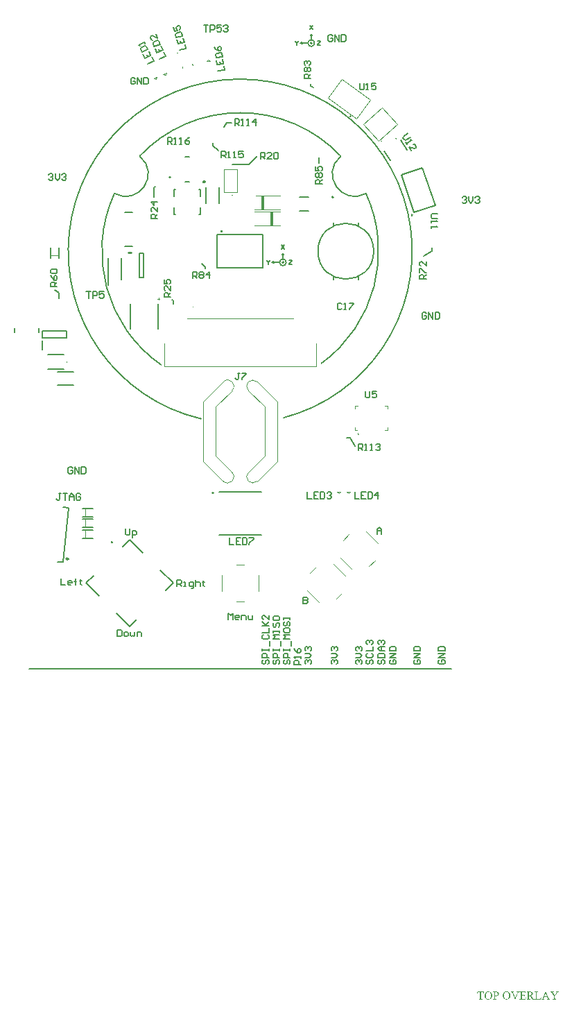
<source format=gto>
G04*
G04 #@! TF.GenerationSoftware,Altium Limited,Altium Designer,18.1.9 (240)*
G04*
G04 Layer_Color=65535*
%FSLAX44Y44*%
%MOMM*%
G71*
G01*
G75*
%ADD10C,0.2500*%
%ADD11C,0.2000*%
%ADD12C,0.1000*%
%ADD13C,0.1500*%
%ADD14C,0.3048*%
%ADD15C,0.1524*%
%ADD16C,0.2560*%
%ADD17C,0.1270*%
%ADD18R,0.3810X1.7000*%
%ADD19C,0.1001*%
G36*
X-44235Y86848D02*
X-43837D01*
X-43102Y86543D01*
X-42539Y85981D01*
X-42235Y85246D01*
Y84450D01*
X-42539Y83715D01*
X-43102Y83152D01*
X-43837Y82848D01*
X-44235D01*
X-44633D01*
X-45367Y83152D01*
X-45930Y83715D01*
X-46235Y84450D01*
Y85246D01*
X-45930Y85981D01*
X-45367Y86543D01*
X-44633Y86848D01*
X-44235D01*
D01*
D02*
G37*
G36*
X348630Y-905667D02*
X348349D01*
Y-905652D01*
Y-905637D01*
X348319Y-905548D01*
X348289Y-905415D01*
X348245Y-905252D01*
X348200Y-905074D01*
X348141Y-904911D01*
X348067Y-904749D01*
X348008Y-904630D01*
X347993Y-904615D01*
X347978Y-904586D01*
X347934Y-904526D01*
X347875Y-904467D01*
X347801Y-904408D01*
X347712Y-904334D01*
X347593Y-904260D01*
X347475Y-904201D01*
X347460D01*
X347416Y-904186D01*
X347342Y-904156D01*
X347253Y-904141D01*
X347105Y-904112D01*
X346942Y-904097D01*
X346735Y-904082D01*
X343862D01*
Y-907858D01*
X346113D01*
X346246Y-907843D01*
X346423Y-907829D01*
X346601Y-907799D01*
X346779Y-907755D01*
X346942Y-907695D01*
X347060Y-907621D01*
X347075Y-907607D01*
X347119Y-907562D01*
X347179Y-907473D01*
X347253Y-907355D01*
X347327Y-907192D01*
X347386Y-906999D01*
X347445Y-906748D01*
X347475Y-906466D01*
X347741D01*
Y-909798D01*
X347475D01*
Y-909783D01*
Y-909769D01*
X347460Y-909680D01*
X347430Y-909561D01*
X347416Y-909428D01*
X347386Y-909280D01*
X347342Y-909132D01*
X347312Y-908998D01*
X347268Y-908910D01*
Y-908895D01*
X347238Y-908865D01*
X347179Y-908776D01*
X347119Y-908717D01*
X347045Y-908643D01*
X346957Y-908584D01*
X346853Y-908525D01*
X346838D01*
X346794Y-908495D01*
X346735Y-908480D01*
X346646Y-908451D01*
X346512Y-908421D01*
X346364Y-908406D01*
X346187Y-908377D01*
X343862D01*
Y-911545D01*
Y-911575D01*
Y-911649D01*
Y-911753D01*
Y-911886D01*
X343876Y-912019D01*
Y-912138D01*
X343891Y-912256D01*
X343906Y-912330D01*
X343921Y-912345D01*
X343951Y-912404D01*
X344010Y-912478D01*
X344099Y-912538D01*
X344113D01*
X344128Y-912552D01*
X344173Y-912567D01*
X344217D01*
X344291Y-912582D01*
X344395Y-912597D01*
X344513Y-912612D01*
X346557D01*
X346735Y-912597D01*
X346927Y-912582D01*
X347119Y-912567D01*
X347297Y-912538D01*
X347460Y-912508D01*
X347475D01*
X347519Y-912478D01*
X347593Y-912449D01*
X347682Y-912404D01*
X347801Y-912345D01*
X347919Y-912271D01*
X348038Y-912182D01*
X348171Y-912064D01*
X348186Y-912049D01*
X348245Y-911975D01*
X348334Y-911871D01*
X348452Y-911723D01*
X348586Y-911545D01*
X348734Y-911309D01*
X348896Y-911042D01*
X349074Y-910731D01*
X349356D01*
X348526Y-913130D01*
X341152D01*
Y-912863D01*
X341537D01*
X341596Y-912849D01*
X341685D01*
X341892Y-912804D01*
X342114Y-912715D01*
X342129D01*
X342159Y-912686D01*
X342248Y-912626D01*
X342351Y-912523D01*
X342396Y-912449D01*
X342425Y-912375D01*
Y-912360D01*
X342440Y-912330D01*
X342455Y-912271D01*
X342470Y-912168D01*
X342485Y-912049D01*
X342499Y-911886D01*
X342514Y-911679D01*
Y-911442D01*
Y-905222D01*
Y-905208D01*
Y-905178D01*
Y-905134D01*
Y-905074D01*
X342499Y-904926D01*
X342485Y-904749D01*
X342470Y-904556D01*
X342440Y-904378D01*
X342381Y-904215D01*
X342351Y-904156D01*
X342322Y-904112D01*
X342307Y-904097D01*
X342277Y-904067D01*
X342218Y-904023D01*
X342129Y-903964D01*
X342011Y-903919D01*
X341863Y-903875D01*
X341685Y-903845D01*
X341478Y-903830D01*
X341152D01*
Y-903564D01*
X348526D01*
X348630Y-905667D01*
D02*
G37*
G36*
X297571Y-905800D02*
X297290D01*
Y-905770D01*
X297275Y-905696D01*
X297260Y-905593D01*
X297231Y-905474D01*
X297171Y-905193D01*
X297127Y-905060D01*
X297083Y-904956D01*
X297068Y-904941D01*
X297038Y-904897D01*
X296994Y-904823D01*
X296920Y-904734D01*
X296846Y-904630D01*
X296742Y-904541D01*
X296623Y-904438D01*
X296490Y-904363D01*
X296475Y-904349D01*
X296431Y-904334D01*
X296342Y-904304D01*
X296238Y-904260D01*
X296105Y-904215D01*
X295942Y-904186D01*
X295750Y-904171D01*
X295543Y-904156D01*
X294210D01*
Y-911471D01*
Y-911486D01*
Y-911516D01*
Y-911560D01*
Y-911620D01*
X294225Y-911768D01*
X294239Y-911945D01*
X294254Y-912138D01*
X294284Y-912316D01*
X294328Y-912464D01*
X294358Y-912538D01*
X294387Y-912582D01*
X294402Y-912597D01*
X294432Y-912626D01*
X294506Y-912671D01*
X294595Y-912715D01*
X294713Y-912775D01*
X294846Y-912819D01*
X295024Y-912849D01*
X295217Y-912863D01*
X295557D01*
Y-913130D01*
X291500D01*
Y-912863D01*
X291944D01*
X292048Y-912849D01*
X292181Y-912819D01*
X292314Y-912775D01*
X292462Y-912715D01*
X292596Y-912626D01*
X292699Y-912508D01*
X292714Y-912493D01*
X292729Y-912464D01*
X292759Y-912390D01*
X292788Y-912301D01*
X292818Y-912153D01*
X292833Y-911975D01*
X292862Y-911753D01*
Y-911471D01*
Y-904156D01*
X291485D01*
X291337Y-904171D01*
X291026Y-904201D01*
X290878Y-904230D01*
X290760Y-904260D01*
X290745D01*
X290700Y-904289D01*
X290626Y-904319D01*
X290537Y-904378D01*
X290448Y-904438D01*
X290330Y-904541D01*
X290226Y-904645D01*
X290123Y-904778D01*
X290108Y-904793D01*
X290078Y-904852D01*
X290034Y-904926D01*
X289989Y-905045D01*
X289945Y-905193D01*
X289886Y-905370D01*
X289856Y-905578D01*
X289827Y-905800D01*
X289560D01*
X289664Y-903564D01*
X297468D01*
X297571Y-905800D01*
D02*
G37*
G36*
X388775Y-903830D02*
X388568D01*
X388523Y-903845D01*
X388464D01*
X388375Y-903875D01*
X388286Y-903904D01*
X388183Y-903934D01*
X388049Y-903993D01*
X388035D01*
X387990Y-904023D01*
X387931Y-904067D01*
X387842Y-904112D01*
X387635Y-904260D01*
X387413Y-904467D01*
X387398Y-904482D01*
X387368Y-904526D01*
X387294Y-904601D01*
X387220Y-904704D01*
X387116Y-904837D01*
X386998Y-905000D01*
X386850Y-905208D01*
X386702Y-905444D01*
X384407Y-909058D01*
Y-911471D01*
Y-911486D01*
Y-911516D01*
Y-911560D01*
Y-911620D01*
X384421Y-911768D01*
X384436Y-911945D01*
X384451Y-912138D01*
X384495Y-912316D01*
X384540Y-912464D01*
X384569Y-912538D01*
X384599Y-912582D01*
X384614Y-912597D01*
X384644Y-912626D01*
X384717Y-912671D01*
X384806Y-912715D01*
X384925Y-912775D01*
X385073Y-912819D01*
X385236Y-912849D01*
X385443Y-912863D01*
X385769D01*
Y-913130D01*
X381697D01*
Y-912863D01*
X382141D01*
X382244Y-912849D01*
X382378Y-912819D01*
X382511Y-912775D01*
X382659Y-912715D01*
X382792Y-912626D01*
X382896Y-912508D01*
X382911Y-912493D01*
X382926Y-912464D01*
X382955Y-912390D01*
X382985Y-912301D01*
X383015Y-912153D01*
X383029Y-911975D01*
X383059Y-911753D01*
Y-911471D01*
Y-909250D01*
X380438Y-905193D01*
Y-905178D01*
X380423Y-905163D01*
X380364Y-905074D01*
X380275Y-904971D01*
X380186Y-904823D01*
X380068Y-904675D01*
X379964Y-904541D01*
X379875Y-904423D01*
X379801Y-904334D01*
X379786Y-904319D01*
X379772Y-904304D01*
X379727Y-904260D01*
X379653Y-904215D01*
X379564Y-904156D01*
X379446Y-904082D01*
X379298Y-903993D01*
X379120Y-903904D01*
X379090Y-903890D01*
X379016Y-903860D01*
X378883Y-903845D01*
X378705Y-903830D01*
Y-903564D01*
X382792D01*
Y-903830D01*
X382511D01*
X382452Y-903845D01*
X382378D01*
X382170Y-903904D01*
X382067Y-903934D01*
X381963Y-903993D01*
X381948D01*
X381919Y-904023D01*
X381830Y-904112D01*
X381771Y-904171D01*
X381726Y-904245D01*
X381697Y-904349D01*
X381682Y-904452D01*
Y-904467D01*
Y-904497D01*
X381711Y-904571D01*
X381741Y-904660D01*
X381786Y-904793D01*
X381860Y-904941D01*
X381963Y-905134D01*
X382111Y-905370D01*
X384095Y-908451D01*
X385976Y-905504D01*
Y-905489D01*
X385991Y-905474D01*
X386050Y-905400D01*
X386110Y-905282D01*
X386198Y-905134D01*
X386272Y-904971D01*
X386346Y-904808D01*
X386391Y-904660D01*
X386406Y-904526D01*
Y-904512D01*
Y-904497D01*
X386391Y-904408D01*
X386361Y-904289D01*
X386302Y-904171D01*
Y-904156D01*
X386287Y-904141D01*
X386228Y-904082D01*
X386139Y-903993D01*
X386006Y-903919D01*
X385991D01*
X385976Y-903904D01*
X385932Y-903890D01*
X385858Y-903875D01*
X385784Y-903860D01*
X385695Y-903845D01*
X385576Y-903830D01*
X385443D01*
Y-903564D01*
X388775D01*
Y-903830D01*
D02*
G37*
G36*
X312439Y-903579D02*
X312557D01*
X312838Y-903594D01*
X313164Y-903623D01*
X313505Y-903682D01*
X313831Y-903742D01*
X314127Y-903830D01*
X314142D01*
X314156Y-903845D01*
X314245Y-903875D01*
X314393Y-903949D01*
X314556Y-904038D01*
X314764Y-904171D01*
X314971Y-904319D01*
X315178Y-904512D01*
X315371Y-904734D01*
X315400Y-904763D01*
X315459Y-904837D01*
X315534Y-904971D01*
X315637Y-905148D01*
X315726Y-905370D01*
X315815Y-905622D01*
X315874Y-905904D01*
X315889Y-906215D01*
Y-906229D01*
Y-906259D01*
Y-906333D01*
X315874Y-906407D01*
X315859Y-906511D01*
X315845Y-906629D01*
X315785Y-906896D01*
X315697Y-907192D01*
X315563Y-907518D01*
X315474Y-907666D01*
X315371Y-907829D01*
X315237Y-907977D01*
X315104Y-908125D01*
X315089Y-908140D01*
X315075Y-908154D01*
X315030Y-908184D01*
X314956Y-908243D01*
X314882Y-908288D01*
X314793Y-908347D01*
X314675Y-908421D01*
X314541Y-908480D01*
X314393Y-908554D01*
X314230Y-908614D01*
X314053Y-908688D01*
X313860Y-908732D01*
X313653Y-908776D01*
X313431Y-908821D01*
X313179Y-908836D01*
X312927Y-908850D01*
X312705D01*
X312587Y-908836D01*
X312468D01*
X312172Y-908806D01*
X312157D01*
X312098Y-908791D01*
X312024D01*
X311920Y-908776D01*
X311787Y-908747D01*
X311654Y-908717D01*
X311328Y-908658D01*
Y-911442D01*
Y-911457D01*
Y-911486D01*
Y-911531D01*
Y-911590D01*
X311343Y-911738D01*
X311358Y-911916D01*
X311373Y-912108D01*
X311417Y-912301D01*
X311461Y-912449D01*
X311491Y-912523D01*
X311521Y-912567D01*
X311535Y-912582D01*
X311565Y-912612D01*
X311639Y-912656D01*
X311728Y-912715D01*
X311831Y-912775D01*
X311965Y-912819D01*
X312128Y-912849D01*
X312320Y-912863D01*
X312690D01*
Y-913130D01*
X308618D01*
Y-912863D01*
X309077D01*
X309181Y-912849D01*
X309299Y-912819D01*
X309447Y-912775D01*
X309581Y-912701D01*
X309714Y-912612D01*
X309832Y-912478D01*
Y-912464D01*
X309862Y-912434D01*
X309877Y-912360D01*
X309907Y-912271D01*
X309936Y-912123D01*
X309951Y-911945D01*
X309981Y-911723D01*
Y-911442D01*
Y-905252D01*
Y-905237D01*
Y-905208D01*
Y-905163D01*
Y-905104D01*
X309966Y-904956D01*
X309951Y-904778D01*
X309936Y-904586D01*
X309907Y-904408D01*
X309847Y-904245D01*
X309818Y-904186D01*
X309788Y-904141D01*
X309773Y-904127D01*
X309744Y-904097D01*
X309669Y-904038D01*
X309581Y-903979D01*
X309462Y-903934D01*
X309329Y-903875D01*
X309166Y-903845D01*
X308974Y-903830D01*
X308618D01*
Y-903564D01*
X312320D01*
X312439Y-903579D01*
D02*
G37*
G36*
X340663Y-903830D02*
X340648D01*
X340574Y-903845D01*
X340485Y-903875D01*
X340382Y-903904D01*
X340130Y-904008D01*
X339997Y-904082D01*
X339893Y-904156D01*
X339878Y-904171D01*
X339834Y-904215D01*
X339760Y-904304D01*
X339671Y-904423D01*
X339567Y-904571D01*
X339464Y-904749D01*
X339345Y-904971D01*
X339241Y-905222D01*
X335910Y-913352D01*
X335643D01*
X332060Y-905119D01*
Y-905104D01*
X332045Y-905089D01*
X332015Y-905015D01*
X331971Y-904911D01*
X331912Y-904778D01*
X331837Y-904645D01*
X331778Y-904512D01*
X331719Y-904408D01*
X331674Y-904334D01*
X331660Y-904319D01*
X331645Y-904304D01*
X331556Y-904215D01*
X331408Y-904112D01*
X331230Y-904008D01*
X331216D01*
X331186Y-903993D01*
X331127Y-903964D01*
X331053Y-903934D01*
X330949Y-903904D01*
X330830Y-903875D01*
X330697Y-903845D01*
X330534Y-903830D01*
Y-903564D01*
X334459D01*
Y-903830D01*
X334429D01*
X334355Y-903845D01*
X334236Y-903860D01*
X334103Y-903890D01*
X333955Y-903919D01*
X333822Y-903964D01*
X333688Y-904008D01*
X333600Y-904067D01*
X333585D01*
X333570Y-904097D01*
X333511Y-904186D01*
X333437Y-904304D01*
X333422Y-904393D01*
X333407Y-904482D01*
Y-904497D01*
Y-904541D01*
X333422Y-904630D01*
X333451Y-904749D01*
X333481Y-904911D01*
X333540Y-905089D01*
X333629Y-905311D01*
X333733Y-905578D01*
X336161Y-911190D01*
X338427Y-905652D01*
Y-905637D01*
X338442Y-905622D01*
X338457Y-905578D01*
X338471Y-905519D01*
X338531Y-905370D01*
X338590Y-905208D01*
X338649Y-905015D01*
X338708Y-904823D01*
X338738Y-904660D01*
X338753Y-904512D01*
Y-904497D01*
Y-904482D01*
X338723Y-904378D01*
X338664Y-904260D01*
X338620Y-904201D01*
X338545Y-904127D01*
X338531Y-904112D01*
X338501Y-904097D01*
X338457Y-904067D01*
X338383Y-904023D01*
X338279Y-903979D01*
X338161Y-903934D01*
X338027Y-903890D01*
X337850Y-903860D01*
X337820Y-903845D01*
X337790D01*
X337731Y-903830D01*
Y-903564D01*
X340663D01*
Y-903830D01*
D02*
G37*
G36*
X376751Y-911309D02*
Y-911323D01*
X376766Y-911353D01*
X376795Y-911397D01*
X376825Y-911457D01*
X376899Y-911634D01*
X376988Y-911827D01*
X377106Y-912034D01*
X377225Y-912242D01*
X377358Y-912419D01*
X377417Y-912493D01*
X377476Y-912552D01*
X377491Y-912567D01*
X377536Y-912597D01*
X377610Y-912641D01*
X377713Y-912701D01*
X377846Y-912745D01*
X377995Y-912804D01*
X378172Y-912834D01*
X378380Y-912863D01*
Y-913130D01*
X374618D01*
Y-912863D01*
X374707D01*
X374811Y-912849D01*
X374929Y-912834D01*
X375181Y-912775D01*
X375285Y-912745D01*
X375373Y-912686D01*
X375388Y-912671D01*
X375403Y-912656D01*
X375477Y-912567D01*
X375551Y-912449D01*
X375566Y-912375D01*
X375581Y-912286D01*
Y-912271D01*
Y-912227D01*
X375566Y-912153D01*
X375551Y-912049D01*
X375507Y-911916D01*
X375462Y-911738D01*
X375388Y-911545D01*
X375299Y-911309D01*
X374737Y-909931D01*
X371035D01*
X370398Y-911442D01*
X370383Y-911471D01*
X370354Y-911531D01*
X370324Y-911634D01*
X370280Y-911753D01*
X370191Y-912034D01*
X370161Y-912153D01*
X370146Y-912271D01*
Y-912286D01*
Y-912301D01*
X370176Y-912404D01*
X370235Y-912523D01*
X370280Y-912597D01*
X370354Y-912656D01*
X370368D01*
X370398Y-912686D01*
X370457Y-912715D01*
X370546Y-912745D01*
X370664Y-912775D01*
X370827Y-912819D01*
X371020Y-912849D01*
X371257Y-912863D01*
Y-913130D01*
X368236D01*
Y-912863D01*
X368266D01*
X368340Y-912849D01*
X368443Y-912819D01*
X368562Y-912789D01*
X368695Y-912745D01*
X368814Y-912701D01*
X368932Y-912656D01*
X369006Y-912597D01*
X369021Y-912582D01*
X369065Y-912523D01*
X369139Y-912434D01*
X369243Y-912301D01*
X369361Y-912108D01*
X369495Y-911871D01*
X369569Y-911738D01*
X369643Y-911575D01*
X369732Y-911412D01*
X369806Y-911220D01*
X373182Y-903342D01*
X373419D01*
X376751Y-911309D01*
D02*
G37*
G36*
X363912Y-903830D02*
X363645D01*
X363483Y-903845D01*
X363127Y-903890D01*
X362964Y-903934D01*
X362831Y-903979D01*
X362816D01*
X362786Y-904008D01*
X362727Y-904038D01*
X362668Y-904082D01*
X362535Y-904201D01*
X362476Y-904275D01*
X362416Y-904349D01*
Y-904363D01*
X362402Y-904393D01*
X362387Y-904467D01*
X362372Y-904556D01*
X362342Y-904704D01*
X362327Y-904882D01*
X362313Y-905119D01*
Y-905400D01*
Y-911427D01*
Y-911457D01*
Y-911516D01*
Y-911620D01*
X362327Y-911753D01*
X362357Y-912019D01*
X362387Y-912138D01*
X362416Y-912242D01*
X362431Y-912271D01*
X362490Y-912330D01*
X362564Y-912404D01*
X362683Y-912464D01*
X362698D01*
X362727Y-912478D01*
X362786D01*
X362890Y-912493D01*
X363023Y-912508D01*
X363216D01*
X363335Y-912523D01*
X364741D01*
X364845Y-912508D01*
X365082D01*
X365334Y-912493D01*
X365585Y-912464D01*
X365822Y-912419D01*
X365926Y-912404D01*
X366015Y-912375D01*
X366030Y-912360D01*
X366089Y-912345D01*
X366178Y-912301D01*
X366281Y-912242D01*
X366415Y-912168D01*
X366548Y-912064D01*
X366681Y-911945D01*
X366829Y-911797D01*
X366844Y-911783D01*
X366888Y-911723D01*
X366963Y-911620D01*
X367066Y-911471D01*
X367170Y-911294D01*
X367303Y-911072D01*
X367436Y-910790D01*
X367570Y-910479D01*
X367807Y-910539D01*
X366992Y-913130D01*
X359603D01*
Y-912863D01*
X360062D01*
X360165Y-912849D01*
X360284Y-912819D01*
X360432Y-912775D01*
X360565Y-912701D01*
X360699Y-912612D01*
X360817Y-912478D01*
Y-912464D01*
X360847Y-912434D01*
X360862Y-912360D01*
X360891Y-912271D01*
X360921Y-912123D01*
X360936Y-911945D01*
X360965Y-911723D01*
Y-911442D01*
Y-905252D01*
Y-905237D01*
Y-905208D01*
Y-905163D01*
Y-905104D01*
X360950Y-904956D01*
X360936Y-904778D01*
X360921Y-904586D01*
X360876Y-904408D01*
X360832Y-904245D01*
X360787Y-904186D01*
X360758Y-904141D01*
X360743Y-904127D01*
X360713Y-904097D01*
X360639Y-904038D01*
X360565Y-903979D01*
X360447Y-903934D01*
X360314Y-903875D01*
X360151Y-903845D01*
X359958Y-903830D01*
X359603D01*
Y-903564D01*
X363912D01*
Y-903830D01*
D02*
G37*
G36*
X353931Y-903579D02*
X354094D01*
X354257Y-903594D01*
X354627Y-903623D01*
X354997Y-903668D01*
X355338Y-903727D01*
X355501Y-903756D01*
X355649Y-903801D01*
X355664D01*
X355679Y-903816D01*
X355768Y-903845D01*
X355901Y-903904D01*
X356078Y-903979D01*
X356271Y-904097D01*
X356478Y-904230D01*
X356686Y-904408D01*
X356878Y-904615D01*
X356893Y-904645D01*
X356952Y-904719D01*
X357041Y-904852D01*
X357130Y-905015D01*
X357219Y-905222D01*
X357308Y-905459D01*
X357367Y-905741D01*
X357382Y-906037D01*
Y-906052D01*
Y-906081D01*
Y-906126D01*
X357367Y-906185D01*
X357352Y-906348D01*
X357308Y-906555D01*
X357248Y-906792D01*
X357145Y-907044D01*
X356996Y-907310D01*
X356804Y-907562D01*
X356774Y-907592D01*
X356700Y-907666D01*
X356552Y-907784D01*
X356360Y-907917D01*
X356123Y-908066D01*
X355812Y-908229D01*
X355442Y-908362D01*
X355027Y-908480D01*
X357011Y-911220D01*
X357026Y-911235D01*
X357041Y-911264D01*
X357071Y-911309D01*
X357130Y-911368D01*
X357248Y-911531D01*
X357411Y-911738D01*
X357589Y-911945D01*
X357781Y-912153D01*
X357974Y-912330D01*
X358078Y-912419D01*
X358166Y-912478D01*
X358196Y-912493D01*
X358255Y-912523D01*
X358359Y-912582D01*
X358507Y-912641D01*
X358699Y-912715D01*
X358907Y-912775D01*
X359159Y-912819D01*
X359440Y-912863D01*
Y-913130D01*
X356878D01*
X353635Y-908658D01*
X353428D01*
X353235Y-908673D01*
X352732D01*
X352658Y-908658D01*
Y-911442D01*
Y-911457D01*
Y-911486D01*
Y-911531D01*
Y-911590D01*
X352673Y-911738D01*
X352687Y-911916D01*
X352702Y-912108D01*
X352747Y-912301D01*
X352791Y-912449D01*
X352821Y-912523D01*
X352850Y-912567D01*
X352865Y-912582D01*
X352895Y-912612D01*
X352969Y-912656D01*
X353058Y-912715D01*
X353161Y-912775D01*
X353294Y-912819D01*
X353457Y-912849D01*
X353650Y-912863D01*
X354020D01*
Y-913130D01*
X349948D01*
Y-912863D01*
X350407D01*
X350511Y-912849D01*
X350629Y-912819D01*
X350777Y-912775D01*
X350910Y-912701D01*
X351044Y-912612D01*
X351162Y-912478D01*
Y-912464D01*
X351192Y-912434D01*
X351207Y-912360D01*
X351236Y-912271D01*
X351266Y-912123D01*
X351281Y-911945D01*
X351310Y-911723D01*
Y-911442D01*
Y-905252D01*
Y-905237D01*
Y-905208D01*
Y-905163D01*
Y-905104D01*
X351295Y-904956D01*
X351281Y-904778D01*
X351266Y-904586D01*
X351221Y-904408D01*
X351177Y-904245D01*
X351133Y-904186D01*
X351103Y-904141D01*
X351088Y-904127D01*
X351059Y-904097D01*
X350984Y-904038D01*
X350910Y-903979D01*
X350792Y-903934D01*
X350659Y-903875D01*
X350496Y-903845D01*
X350303Y-903830D01*
X349948D01*
Y-903564D01*
X353783D01*
X353931Y-903579D01*
D02*
G37*
G36*
X325455Y-903357D02*
X325588D01*
X325751Y-903386D01*
X325929Y-903416D01*
X326151Y-903460D01*
X326373Y-903520D01*
X326625Y-903594D01*
X326877Y-903682D01*
X327143Y-903801D01*
X327410Y-903934D01*
X327691Y-904097D01*
X327958Y-904289D01*
X328224Y-904512D01*
X328491Y-904763D01*
X328506Y-904778D01*
X328550Y-904823D01*
X328624Y-904911D01*
X328713Y-905015D01*
X328816Y-905163D01*
X328920Y-905326D01*
X329053Y-905519D01*
X329187Y-905741D01*
X329305Y-905978D01*
X329439Y-906259D01*
X329542Y-906540D01*
X329661Y-906851D01*
X329735Y-907192D01*
X329809Y-907547D01*
X329853Y-907917D01*
X329868Y-908303D01*
Y-908332D01*
Y-908391D01*
X329853Y-908510D01*
Y-908658D01*
X329823Y-908850D01*
X329794Y-909073D01*
X329749Y-909309D01*
X329690Y-909576D01*
X329616Y-909843D01*
X329527Y-910139D01*
X329424Y-910435D01*
X329290Y-910746D01*
X329128Y-911042D01*
X328950Y-911353D01*
X328728Y-911634D01*
X328491Y-911916D01*
X328476Y-911930D01*
X328432Y-911975D01*
X328358Y-912049D01*
X328239Y-912138D01*
X328106Y-912242D01*
X327958Y-912375D01*
X327765Y-912493D01*
X327558Y-912626D01*
X327321Y-912775D01*
X327069Y-912893D01*
X326803Y-913011D01*
X326507Y-913130D01*
X326195Y-913219D01*
X325870Y-913293D01*
X325514Y-913337D01*
X325159Y-913352D01*
X325070D01*
X324966Y-913337D01*
X324833Y-913323D01*
X324655Y-913308D01*
X324463Y-913278D01*
X324241Y-913234D01*
X324004Y-913174D01*
X323752Y-913100D01*
X323486Y-913011D01*
X323204Y-912893D01*
X322923Y-912760D01*
X322641Y-912612D01*
X322375Y-912419D01*
X322108Y-912212D01*
X321842Y-911960D01*
X321827Y-911945D01*
X321783Y-911901D01*
X321723Y-911812D01*
X321635Y-911708D01*
X321531Y-911560D01*
X321427Y-911397D01*
X321294Y-911205D01*
X321175Y-910983D01*
X321057Y-910731D01*
X320939Y-910450D01*
X320820Y-910154D01*
X320717Y-909828D01*
X320628Y-909487D01*
X320568Y-909117D01*
X320524Y-908732D01*
X320509Y-908317D01*
Y-908288D01*
Y-908214D01*
X320524Y-908095D01*
X320539Y-907932D01*
X320554Y-907740D01*
X320598Y-907518D01*
X320642Y-907266D01*
X320702Y-906999D01*
X320790Y-906703D01*
X320879Y-906407D01*
X321013Y-906096D01*
X321161Y-905785D01*
X321338Y-905474D01*
X321546Y-905178D01*
X321783Y-904882D01*
X322049Y-904601D01*
X322064Y-904586D01*
X322108Y-904541D01*
X322183Y-904482D01*
X322286Y-904408D01*
X322419Y-904304D01*
X322582Y-904201D01*
X322760Y-904082D01*
X322952Y-903964D01*
X323189Y-903860D01*
X323426Y-903742D01*
X323693Y-903638D01*
X323974Y-903534D01*
X324285Y-903460D01*
X324596Y-903401D01*
X324937Y-903357D01*
X325277Y-903342D01*
X325366D01*
X325455Y-903357D01*
D02*
G37*
G36*
X303391D02*
X303524D01*
X303687Y-903386D01*
X303865Y-903416D01*
X304087Y-903460D01*
X304309Y-903520D01*
X304561Y-903594D01*
X304812Y-903682D01*
X305079Y-903801D01*
X305345Y-903934D01*
X305627Y-904097D01*
X305893Y-904289D01*
X306160Y-904512D01*
X306427Y-904763D01*
X306441Y-904778D01*
X306486Y-904823D01*
X306560Y-904911D01*
X306649Y-905015D01*
X306752Y-905163D01*
X306856Y-905326D01*
X306989Y-905519D01*
X307122Y-905741D01*
X307241Y-905978D01*
X307374Y-906259D01*
X307478Y-906540D01*
X307596Y-906851D01*
X307670Y-907192D01*
X307745Y-907547D01*
X307789Y-907917D01*
X307804Y-908303D01*
Y-908332D01*
Y-908391D01*
X307789Y-908510D01*
Y-908658D01*
X307759Y-908850D01*
X307730Y-909073D01*
X307685Y-909309D01*
X307626Y-909576D01*
X307552Y-909843D01*
X307463Y-910139D01*
X307360Y-910435D01*
X307226Y-910746D01*
X307063Y-911042D01*
X306886Y-911353D01*
X306663Y-911634D01*
X306427Y-911916D01*
X306412Y-911930D01*
X306367Y-911975D01*
X306293Y-912049D01*
X306175Y-912138D01*
X306042Y-912242D01*
X305893Y-912375D01*
X305701Y-912493D01*
X305494Y-912626D01*
X305257Y-912775D01*
X305005Y-912893D01*
X304738Y-913011D01*
X304442Y-913130D01*
X304131Y-913219D01*
X303806Y-913293D01*
X303450Y-913337D01*
X303095Y-913352D01*
X303006D01*
X302902Y-913337D01*
X302769Y-913323D01*
X302591Y-913308D01*
X302399Y-913278D01*
X302177Y-913234D01*
X301940Y-913174D01*
X301688Y-913100D01*
X301421Y-913011D01*
X301140Y-912893D01*
X300859Y-912760D01*
X300577Y-912612D01*
X300311Y-912419D01*
X300044Y-912212D01*
X299778Y-911960D01*
X299763Y-911945D01*
X299718Y-911901D01*
X299659Y-911812D01*
X299570Y-911708D01*
X299467Y-911560D01*
X299363Y-911397D01*
X299230Y-911205D01*
X299111Y-910983D01*
X298993Y-910731D01*
X298874Y-910450D01*
X298756Y-910154D01*
X298652Y-909828D01*
X298563Y-909487D01*
X298504Y-909117D01*
X298460Y-908732D01*
X298445Y-908317D01*
Y-908288D01*
Y-908214D01*
X298460Y-908095D01*
X298475Y-907932D01*
X298489Y-907740D01*
X298534Y-907518D01*
X298578Y-907266D01*
X298637Y-906999D01*
X298726Y-906703D01*
X298815Y-906407D01*
X298948Y-906096D01*
X299097Y-905785D01*
X299274Y-905474D01*
X299482Y-905178D01*
X299718Y-904882D01*
X299985Y-904601D01*
X300000Y-904586D01*
X300044Y-904541D01*
X300118Y-904482D01*
X300222Y-904408D01*
X300355Y-904304D01*
X300518Y-904201D01*
X300696Y-904082D01*
X300888Y-903964D01*
X301125Y-903860D01*
X301362Y-903742D01*
X301629Y-903638D01*
X301910Y-903534D01*
X302221Y-903460D01*
X302532Y-903401D01*
X302873Y-903357D01*
X303213Y-903342D01*
X303302D01*
X303391Y-903357D01*
D02*
G37*
%LPC*%
G36*
X312246Y-904141D02*
X312098D01*
X311994Y-904156D01*
X311861Y-904171D01*
X311713Y-904201D01*
X311535Y-904245D01*
X311328Y-904289D01*
Y-908258D01*
X311343D01*
X311387Y-908273D01*
X311461Y-908288D01*
X311550Y-908303D01*
X311758Y-908332D01*
X311980Y-908362D01*
X312024D01*
X312083Y-908377D01*
X312157D01*
X312305Y-908391D01*
X312498D01*
X312587Y-908377D01*
X312735Y-908362D01*
X312913Y-908317D01*
X313105Y-908258D01*
X313312Y-908154D01*
X313535Y-908021D01*
X313742Y-907829D01*
X313771Y-907799D01*
X313831Y-907725D01*
X313905Y-907607D01*
X314008Y-907429D01*
X314112Y-907222D01*
X314186Y-906970D01*
X314245Y-906688D01*
X314275Y-906363D01*
Y-906333D01*
Y-906259D01*
X314260Y-906141D01*
X314245Y-905978D01*
X314216Y-905800D01*
X314156Y-905607D01*
X314097Y-905415D01*
X314008Y-905208D01*
X313993Y-905178D01*
X313964Y-905119D01*
X313905Y-905030D01*
X313831Y-904911D01*
X313727Y-904778D01*
X313608Y-904645D01*
X313460Y-904512D01*
X313298Y-904408D01*
X313283Y-904393D01*
X313223Y-904363D01*
X313120Y-904319D01*
X313001Y-904275D01*
X312838Y-904230D01*
X312661Y-904186D01*
X312468Y-904156D01*
X312246Y-904141D01*
D02*
G37*
G36*
X372915Y-905563D02*
X371257Y-909413D01*
X374515D01*
X372915Y-905563D01*
D02*
G37*
G36*
X353739Y-904097D02*
X353576D01*
X353457Y-904112D01*
X353294Y-904127D01*
X353117Y-904156D01*
X352895Y-904186D01*
X352658Y-904230D01*
Y-908214D01*
X352806D01*
X352880Y-908229D01*
X353176D01*
X353265Y-908214D01*
X353383D01*
X353502Y-908199D01*
X353798Y-908154D01*
X354124Y-908080D01*
X354464Y-907977D01*
X354790Y-907829D01*
X354938Y-907740D01*
X355071Y-907636D01*
X355086D01*
X355101Y-907607D01*
X355175Y-907533D01*
X355294Y-907399D01*
X355427Y-907222D01*
X355545Y-906999D01*
X355664Y-906748D01*
X355738Y-906451D01*
X355768Y-906289D01*
Y-906126D01*
Y-906111D01*
Y-906081D01*
Y-906037D01*
X355753Y-905978D01*
X355738Y-905815D01*
X355693Y-905607D01*
X355634Y-905370D01*
X355531Y-905119D01*
X355397Y-904882D01*
X355205Y-904660D01*
X355175Y-904630D01*
X355101Y-904571D01*
X354983Y-904482D01*
X354820Y-904378D01*
X354612Y-904275D01*
X354361Y-904186D01*
X354064Y-904127D01*
X353739Y-904097D01*
D02*
G37*
G36*
X325144Y-903845D02*
X325026D01*
X324937Y-903860D01*
X324818Y-903875D01*
X324700Y-903890D01*
X324404Y-903964D01*
X324078Y-904082D01*
X323900Y-904156D01*
X323737Y-904245D01*
X323560Y-904363D01*
X323397Y-904497D01*
X323234Y-904645D01*
X323086Y-904808D01*
X323071Y-904823D01*
X323041Y-904867D01*
X322997Y-904926D01*
X322938Y-905030D01*
X322864Y-905148D01*
X322775Y-905296D01*
X322701Y-905474D01*
X322612Y-905682D01*
X322508Y-905918D01*
X322434Y-906170D01*
X322345Y-906466D01*
X322271Y-906777D01*
X322212Y-907118D01*
X322168Y-907473D01*
X322138Y-907873D01*
X322123Y-908288D01*
Y-908317D01*
Y-908391D01*
Y-908510D01*
X322138Y-908673D01*
X322153Y-908865D01*
X322183Y-909087D01*
X322212Y-909339D01*
X322242Y-909621D01*
X322301Y-909902D01*
X322360Y-910198D01*
X322449Y-910494D01*
X322538Y-910805D01*
X322656Y-911101D01*
X322790Y-911383D01*
X322938Y-911649D01*
X323115Y-911901D01*
X323130Y-911916D01*
X323145Y-911945D01*
X323189Y-911990D01*
X323249Y-912049D01*
X323338Y-912123D01*
X323426Y-912197D01*
X323530Y-912286D01*
X323663Y-912375D01*
X323945Y-912552D01*
X324300Y-912701D01*
X324492Y-912760D01*
X324700Y-912804D01*
X324907Y-912834D01*
X325144Y-912849D01*
X325277D01*
X325366Y-912834D01*
X325485Y-912819D01*
X325618Y-912789D01*
X325766Y-912760D01*
X325929Y-912715D01*
X326107Y-912656D01*
X326284Y-912597D01*
X326462Y-912508D01*
X326655Y-912404D01*
X326832Y-912286D01*
X327025Y-912138D01*
X327202Y-911975D01*
X327365Y-911797D01*
X327380Y-911783D01*
X327410Y-911753D01*
X327454Y-911679D01*
X327499Y-911590D01*
X327573Y-911486D01*
X327647Y-911338D01*
X327721Y-911175D01*
X327810Y-910983D01*
X327898Y-910776D01*
X327972Y-910524D01*
X328046Y-910257D01*
X328121Y-909961D01*
X328165Y-909621D01*
X328209Y-909280D01*
X328239Y-908895D01*
X328254Y-908480D01*
Y-908451D01*
Y-908377D01*
Y-908243D01*
X328239Y-908080D01*
X328224Y-907873D01*
X328209Y-907636D01*
X328180Y-907384D01*
X328135Y-907103D01*
X328017Y-906496D01*
X327943Y-906200D01*
X327839Y-905889D01*
X327735Y-905593D01*
X327602Y-905311D01*
X327454Y-905045D01*
X327276Y-904808D01*
X327262Y-904793D01*
X327247Y-904763D01*
X327202Y-904719D01*
X327128Y-904660D01*
X327054Y-904586D01*
X326965Y-904497D01*
X326847Y-904423D01*
X326729Y-904319D01*
X326581Y-904230D01*
X326418Y-904156D01*
X326240Y-904067D01*
X326047Y-903993D01*
X325840Y-903934D01*
X325633Y-903890D01*
X325396Y-903860D01*
X325144Y-903845D01*
D02*
G37*
G36*
X303080D02*
X302961D01*
X302873Y-903860D01*
X302754Y-903875D01*
X302636Y-903890D01*
X302339Y-903964D01*
X302014Y-904082D01*
X301836Y-904156D01*
X301673Y-904245D01*
X301495Y-904363D01*
X301332Y-904497D01*
X301170Y-904645D01*
X301021Y-904808D01*
X301007Y-904823D01*
X300977Y-904867D01*
X300933Y-904926D01*
X300874Y-905030D01*
X300799Y-905148D01*
X300711Y-905296D01*
X300637Y-905474D01*
X300548Y-905682D01*
X300444Y-905918D01*
X300370Y-906170D01*
X300281Y-906466D01*
X300207Y-906777D01*
X300148Y-907118D01*
X300103Y-907473D01*
X300074Y-907873D01*
X300059Y-908288D01*
Y-908317D01*
Y-908391D01*
Y-908510D01*
X300074Y-908673D01*
X300089Y-908865D01*
X300118Y-909087D01*
X300148Y-909339D01*
X300177Y-909621D01*
X300237Y-909902D01*
X300296Y-910198D01*
X300385Y-910494D01*
X300474Y-910805D01*
X300592Y-911101D01*
X300725Y-911383D01*
X300874Y-911649D01*
X301051Y-911901D01*
X301066Y-911916D01*
X301081Y-911945D01*
X301125Y-911990D01*
X301184Y-912049D01*
X301273Y-912123D01*
X301362Y-912197D01*
X301466Y-912286D01*
X301599Y-912375D01*
X301880Y-912552D01*
X302236Y-912701D01*
X302428Y-912760D01*
X302636Y-912804D01*
X302843Y-912834D01*
X303080Y-912849D01*
X303213D01*
X303302Y-912834D01*
X303421Y-912819D01*
X303554Y-912789D01*
X303702Y-912760D01*
X303865Y-912715D01*
X304042Y-912656D01*
X304220Y-912597D01*
X304398Y-912508D01*
X304590Y-912404D01*
X304768Y-912286D01*
X304960Y-912138D01*
X305138Y-911975D01*
X305301Y-911797D01*
X305316Y-911783D01*
X305345Y-911753D01*
X305390Y-911679D01*
X305434Y-911590D01*
X305508Y-911486D01*
X305583Y-911338D01*
X305657Y-911175D01*
X305745Y-910983D01*
X305834Y-910776D01*
X305908Y-910524D01*
X305982Y-910257D01*
X306056Y-909961D01*
X306101Y-909621D01*
X306145Y-909280D01*
X306175Y-908895D01*
X306190Y-908480D01*
Y-908451D01*
Y-908377D01*
Y-908243D01*
X306175Y-908080D01*
X306160Y-907873D01*
X306145Y-907636D01*
X306116Y-907384D01*
X306071Y-907103D01*
X305953Y-906496D01*
X305879Y-906200D01*
X305775Y-905889D01*
X305671Y-905593D01*
X305538Y-905311D01*
X305390Y-905045D01*
X305212Y-904808D01*
X305198Y-904793D01*
X305183Y-904763D01*
X305138Y-904719D01*
X305064Y-904660D01*
X304990Y-904586D01*
X304901Y-904497D01*
X304783Y-904423D01*
X304664Y-904319D01*
X304516Y-904230D01*
X304353Y-904156D01*
X304176Y-904067D01*
X303983Y-903993D01*
X303776Y-903934D01*
X303569Y-903890D01*
X303332Y-903860D01*
X303080Y-903845D01*
D02*
G37*
%LPD*%
D10*
X-209865Y-375633D02*
G03*
X-209865Y-375633I-1200J0D01*
G01*
D11*
X172508Y134514D02*
G03*
X172508Y134514I-124J-992D01*
G01*
X210165Y43956D02*
G03*
X209219Y43631I-577J140D01*
G01*
X209170Y43856D02*
G03*
X210140Y44069I498J50D01*
G01*
X210142Y44184D02*
G03*
X210060Y44333I-473J-163D01*
G01*
X-211604Y-135158D02*
G03*
X-211604Y-135158I-260J0D01*
G01*
X90746Y254000D02*
G03*
X90746Y254000I-4000J0D01*
G01*
X87746D02*
G03*
X87746Y254000I-1000J0D01*
G01*
X190374Y137543D02*
G03*
X190146Y137501I-163J252D01*
G01*
X133848Y164574D02*
G03*
X133848Y164574I689J0D01*
G01*
X53187Y-13676D02*
G03*
X53187Y-13676I-1000J0D01*
G01*
X56187D02*
G03*
X56187Y-13676I-4000J0D01*
G01*
X-32641Y-294950D02*
G03*
X-32641Y-294950I-829J0D01*
G01*
X144217Y-222750D02*
G03*
X144217Y-223750I0J-500D01*
G01*
D02*
G03*
X144217Y-222750I0J500D01*
G01*
D02*
G03*
X144217Y-223750I0J-500D01*
G01*
X122933Y115968D02*
G03*
X-122880Y116024I-122933J-115968D01*
G01*
X99059Y-136924D02*
G03*
X153580Y70527I-99059J136924D01*
G01*
X112000Y66000D02*
G03*
X114000Y66000I1000J-42D01*
G01*
D02*
G03*
X112000Y66000I-1000J0D01*
G01*
X95000Y0D02*
G03*
X163000Y0I34000J0D01*
G01*
D02*
G03*
X95000Y0I-34000J0D01*
G01*
X52857Y-203239D02*
G03*
X-47876Y-204470I-52857J203239D01*
G01*
X-153552Y70589D02*
G03*
X-96358Y-138839I153552J-70589D01*
G01*
X-153562Y70571D02*
G03*
X-122805Y115953I13552J23929D01*
G01*
X122985Y116017D02*
G03*
X153605Y70539I17126J-21517D01*
G01*
X-157486Y-355644D02*
G03*
X-156072Y-354230I707J707D01*
G01*
D02*
G03*
X-157486Y-355644I-707J-707D01*
G01*
X-222923Y-378903D02*
X-216587Y-379569D01*
X-209613Y-313213D01*
X-216627Y-312475D02*
X-209613Y-313213D01*
X222676Y102056D02*
X238466Y56199D01*
X196572Y93068D02*
X222676Y102056D01*
X196572Y93068D02*
X212362Y47210D01*
X238466Y56199D01*
X-241524Y-119956D02*
Y-109456D01*
X-241274Y-105956D02*
X-212274D01*
Y-97456D01*
X-241274D02*
X-212274D01*
X-241274Y-105956D02*
Y-97456D01*
X-226060Y-46990D02*
X-220980Y-50800D01*
Y-57150D02*
Y-50800D01*
X-234950Y-143510D02*
X-215460D01*
X-234950Y-125730D02*
X-215460D01*
X-231781Y-8679D02*
Y4211D01*
X-221621Y-8679D02*
Y4021D01*
X-245680Y-99206D02*
Y-94206D01*
X-275680Y-99206D02*
Y-94206D01*
X-222860Y-162940D02*
X-203810D01*
X-222860Y-146940D02*
X-203810D01*
X73455Y254000D02*
X75455Y255000D01*
X73455Y254000D02*
X75455Y253000D01*
X86746Y265291D02*
X87746Y263291D01*
X85746D02*
X86746Y265291D01*
X75455Y254000D02*
X82558D01*
X86746Y258187D02*
Y265291D01*
X52187Y-9489D02*
Y-2385D01*
X40896Y-13676D02*
X48000D01*
X195808Y135468D02*
X203433Y123727D01*
X175680Y122396D02*
X183305Y110655D01*
X234000Y4500D02*
X234058Y-98D01*
X51187Y-4385D02*
X52187Y-2385D01*
Y-2385D02*
X53187Y-4385D01*
X38896Y-13676D02*
X40896Y-14676D01*
X38896Y-13676D02*
X40896Y-12676D01*
X-26000Y-346000D02*
X26000D01*
X-26000Y-294000D02*
X26000D01*
X-16800Y157056D02*
X-10114D01*
X-19452Y152040D02*
X-16800Y157056D01*
X-140611Y5796D02*
X-131611D01*
X-140611Y47797D02*
X-131611D01*
X144000Y-35000D02*
X144000Y-31000D01*
X114000Y-31000D02*
X114000Y-35000D01*
X144000Y35000D02*
X144000Y30700D01*
X114000Y30600D02*
X114000Y35000D01*
X-105000Y78000D02*
X-104000Y79000D01*
X-105000Y66000D02*
Y78000D01*
X96000Y108000D02*
Y114000D01*
X10249Y106000D02*
X20941Y116000D01*
X-10000Y106000D02*
X10249D01*
X86000Y202000D02*
Y204000D01*
Y202000D02*
X89360Y199480D01*
X224043Y-6107D02*
X234058Y-98D01*
X134000Y-228000D02*
X140000Y-238000D01*
X130000Y-228000D02*
X134000D01*
X-82000Y-64500D02*
Y-60000D01*
X-83000Y-59000D02*
X-82000Y-60000D01*
X-43000Y-21000D02*
Y-19000D01*
X-47000Y-15000D02*
X-43000Y-19000D01*
X-67500Y115000D02*
X-62500D01*
X-67500Y85000D02*
X-62500D01*
X-192730Y-326920D02*
X-179840D01*
X-192730Y-337080D02*
X-180030D01*
X-192730Y-339920D02*
X-179840D01*
X-192730Y-350080D02*
X-180030D01*
X-192730Y-314383D02*
X-179840D01*
X-192730Y-324543D02*
X-180030D01*
X-33000Y129000D02*
X-27000Y123000D01*
X-33000Y129000D02*
Y132000D01*
X-42000Y58500D02*
Y77550D01*
X-26000Y58500D02*
Y77550D01*
X-100583Y-94760D02*
Y-63855D01*
X-134003Y-94760D02*
Y-64520D01*
X-145484Y-34425D02*
Y-8425D01*
X-161483Y-41525D02*
Y-8425D01*
X-123540Y-2864D02*
X-123540Y-31864D01*
X-118460Y-31864D01*
X-118460Y-2864D02*
X-118460Y-31864D01*
X-123540Y-2864D02*
X-118460Y-2864D01*
X-48817Y67147D02*
Y75647D01*
X-50317D02*
X-48817D01*
X-48817Y53147D02*
X-48817Y44647D01*
X-50317Y44647D02*
X-48817Y44647D01*
X-80817Y44647D02*
Y53147D01*
Y44647D02*
X-79317D01*
X-80817Y75647D02*
X-79317Y75647D01*
X-80817Y75647D02*
X-80817Y67147D01*
X-258000Y-509537D02*
X258000D01*
X-135000Y-351967D02*
X-119090Y-367877D01*
X-143839Y-360806D02*
X-135000Y-351967D01*
X-97877Y-389090D02*
X-81967Y-405000D01*
X-90806Y-413839D02*
X-81967Y-405000D01*
X-188033D02*
X-179194Y-396161D01*
X-188033Y-405000D02*
X-172123Y-420910D01*
X-150910Y-442123D02*
X-135000Y-458033D01*
X-126161Y-449194D01*
X73866Y-504657D02*
X65869D01*
Y-500658D01*
X67202Y-499325D01*
X69868D01*
X71200Y-500658D01*
Y-504657D01*
X73866Y-496660D02*
Y-493994D01*
Y-495327D01*
X65869D01*
X67202Y-496660D01*
X65869Y-484663D02*
X67202Y-487329D01*
X69868Y-489995D01*
X72533D01*
X73866Y-488662D01*
Y-485996D01*
X72533Y-484663D01*
X71200D01*
X69868Y-485996D01*
Y-489995D01*
X243335Y-498668D02*
X242003Y-500001D01*
Y-502667D01*
X243335Y-504000D01*
X248667D01*
X250000Y-502667D01*
Y-500001D01*
X248667Y-498668D01*
X246001D01*
Y-501334D01*
X250000Y-496003D02*
X242003D01*
X250000Y-490671D01*
X242003D01*
Y-488005D02*
X250000D01*
Y-484006D01*
X248667Y-482674D01*
X243335D01*
X242003Y-484006D01*
Y-488005D01*
X183860Y-498668D02*
X182527Y-500001D01*
Y-502667D01*
X183860Y-504000D01*
X189191D01*
X190525Y-502667D01*
Y-500001D01*
X189191Y-498668D01*
X186526D01*
Y-501334D01*
X190525Y-496003D02*
X182527D01*
X190525Y-490671D01*
X182527D01*
Y-488005D02*
X190525D01*
Y-484006D01*
X189191Y-482674D01*
X183860D01*
X182527Y-484006D01*
Y-488005D01*
X213335Y-498668D02*
X212003Y-500001D01*
Y-502667D01*
X213335Y-504000D01*
X218667D01*
X220000Y-502667D01*
Y-500001D01*
X218667Y-498668D01*
X216001D01*
Y-501334D01*
X220000Y-496003D02*
X212003D01*
X220000Y-490671D01*
X212003D01*
Y-488005D02*
X220000D01*
Y-484006D01*
X218667Y-482674D01*
X213335D01*
X212003Y-484006D01*
Y-488005D01*
X80336Y-504000D02*
X79003Y-502667D01*
Y-500001D01*
X80336Y-498668D01*
X81668D01*
X83001Y-500001D01*
Y-501334D01*
Y-500001D01*
X84334Y-498668D01*
X85667D01*
X87000Y-500001D01*
Y-502667D01*
X85667Y-504000D01*
X79003Y-496003D02*
X84334D01*
X87000Y-493337D01*
X84334Y-490671D01*
X79003D01*
X80336Y-488005D02*
X79003Y-486672D01*
Y-484006D01*
X80336Y-482674D01*
X81668D01*
X83001Y-484006D01*
Y-485339D01*
Y-484006D01*
X84334Y-482674D01*
X85667D01*
X87000Y-484006D01*
Y-486672D01*
X85667Y-488005D01*
X142336Y-504000D02*
X141003Y-502667D01*
Y-500001D01*
X142336Y-498668D01*
X143668D01*
X145001Y-500001D01*
Y-501334D01*
Y-500001D01*
X146334Y-498668D01*
X147667D01*
X149000Y-500001D01*
Y-502667D01*
X147667Y-504000D01*
X141003Y-496003D02*
X146334D01*
X149000Y-493337D01*
X146334Y-490671D01*
X141003D01*
X142336Y-488005D02*
X141003Y-486672D01*
Y-484006D01*
X142336Y-482674D01*
X143668D01*
X145001Y-484006D01*
Y-485339D01*
Y-484006D01*
X146334Y-482674D01*
X147667D01*
X149000Y-484006D01*
Y-486672D01*
X147667Y-488005D01*
X112336Y-504000D02*
X111003Y-502667D01*
Y-500001D01*
X112336Y-498668D01*
X113668D01*
X115001Y-500001D01*
Y-501334D01*
Y-500001D01*
X116334Y-498668D01*
X117667D01*
X119000Y-500001D01*
Y-502667D01*
X117667Y-504000D01*
X111003Y-496003D02*
X116334D01*
X119000Y-493337D01*
X116334Y-490671D01*
X111003D01*
X112336Y-488005D02*
X111003Y-486672D01*
Y-484006D01*
X112336Y-482674D01*
X113668D01*
X115001Y-484006D01*
Y-485339D01*
Y-484006D01*
X116334Y-482674D01*
X117667D01*
X119000Y-484006D01*
Y-486672D01*
X117667Y-488005D01*
X54335Y-498668D02*
X53003Y-500001D01*
Y-502667D01*
X54335Y-504000D01*
X55668D01*
X57001Y-502667D01*
Y-500001D01*
X58334Y-498668D01*
X59667D01*
X61000Y-500001D01*
Y-502667D01*
X59667Y-504000D01*
X61000Y-496003D02*
X53003D01*
Y-492004D01*
X54335Y-490671D01*
X57001D01*
X58334Y-492004D01*
Y-496003D01*
X53003Y-488005D02*
Y-485339D01*
Y-486672D01*
X61000D01*
Y-488005D01*
Y-485339D01*
X62333Y-481341D02*
Y-476009D01*
X61000Y-473343D02*
X53003D01*
X55668Y-470677D01*
X53003Y-468012D01*
X61000D01*
X53003Y-461347D02*
Y-464013D01*
X54335Y-465346D01*
X59667D01*
X61000Y-464013D01*
Y-461347D01*
X59667Y-460014D01*
X54335D01*
X53003Y-461347D01*
X54335Y-452017D02*
X53003Y-453350D01*
Y-456016D01*
X54335Y-457348D01*
X55668D01*
X57001Y-456016D01*
Y-453350D01*
X58334Y-452017D01*
X59667D01*
X61000Y-453350D01*
Y-456016D01*
X59667Y-457348D01*
X53003Y-449351D02*
Y-446685D01*
Y-448018D01*
X61000D01*
Y-449351D01*
Y-446685D01*
X41336Y-498668D02*
X40003Y-500001D01*
Y-502667D01*
X41336Y-504000D01*
X42668D01*
X44001Y-502667D01*
Y-500001D01*
X45334Y-498668D01*
X46667D01*
X48000Y-500001D01*
Y-502667D01*
X46667Y-504000D01*
X48000Y-496003D02*
X40003D01*
Y-492004D01*
X41336Y-490671D01*
X44001D01*
X45334Y-492004D01*
Y-496003D01*
X40003Y-488005D02*
Y-485339D01*
Y-486672D01*
X48000D01*
Y-488005D01*
Y-485339D01*
X49333Y-481341D02*
Y-476009D01*
X48000Y-473343D02*
X40003D01*
X42668Y-470677D01*
X40003Y-468012D01*
X48000D01*
X40003Y-465346D02*
Y-462680D01*
Y-464013D01*
X48000D01*
Y-465346D01*
Y-462680D01*
X41336Y-453350D02*
X40003Y-454683D01*
Y-457348D01*
X41336Y-458681D01*
X42668D01*
X44001Y-457348D01*
Y-454683D01*
X45334Y-453350D01*
X46667D01*
X48000Y-454683D01*
Y-457348D01*
X46667Y-458681D01*
X40003Y-446685D02*
Y-449351D01*
X41336Y-450684D01*
X46667D01*
X48000Y-449351D01*
Y-446685D01*
X46667Y-445352D01*
X41336D01*
X40003Y-446685D01*
X28335Y-498668D02*
X27003Y-500001D01*
Y-502667D01*
X28335Y-504000D01*
X29668D01*
X31001Y-502667D01*
Y-500001D01*
X32334Y-498668D01*
X33667D01*
X35000Y-500001D01*
Y-502667D01*
X33667Y-504000D01*
X35000Y-496003D02*
X27003D01*
Y-492004D01*
X28335Y-490671D01*
X31001D01*
X32334Y-492004D01*
Y-496003D01*
X27003Y-488005D02*
Y-485339D01*
Y-486672D01*
X35000D01*
Y-488005D01*
Y-485339D01*
X36333Y-481341D02*
Y-476009D01*
X28335Y-468012D02*
X27003Y-469344D01*
Y-472010D01*
X28335Y-473343D01*
X33667D01*
X35000Y-472010D01*
Y-469344D01*
X33667Y-468012D01*
X27003Y-465346D02*
X35000D01*
Y-460014D01*
X27003Y-457348D02*
X35000D01*
X32334D01*
X27003Y-452017D01*
X31001Y-456016D01*
X35000Y-452017D01*
Y-444019D02*
Y-449351D01*
X29668Y-444019D01*
X28335D01*
X27003Y-445352D01*
Y-448018D01*
X28335Y-449351D01*
X155336Y-498668D02*
X154003Y-500001D01*
Y-502667D01*
X155336Y-504000D01*
X156668D01*
X158001Y-502667D01*
Y-500001D01*
X159334Y-498668D01*
X160667D01*
X162000Y-500001D01*
Y-502667D01*
X160667Y-504000D01*
X155336Y-490671D02*
X154003Y-492004D01*
Y-494670D01*
X155336Y-496003D01*
X160667D01*
X162000Y-494670D01*
Y-492004D01*
X160667Y-490671D01*
X154003Y-488005D02*
X162000D01*
Y-482674D01*
X155336Y-480008D02*
X154003Y-478675D01*
Y-476009D01*
X155336Y-474676D01*
X156668D01*
X158001Y-476009D01*
Y-477342D01*
Y-476009D01*
X159334Y-474676D01*
X160667D01*
X162000Y-476009D01*
Y-478675D01*
X160667Y-480008D01*
X169503Y-498667D02*
X168170Y-500000D01*
Y-502666D01*
X169503Y-503999D01*
X170836D01*
X172169Y-502666D01*
Y-500000D01*
X173502Y-498667D01*
X174835D01*
X176168Y-500000D01*
Y-502666D01*
X174835Y-503999D01*
X168170Y-496002D02*
X176168D01*
Y-492003D01*
X174835Y-490670D01*
X169503D01*
X168170Y-492003D01*
Y-496002D01*
X176168Y-488004D02*
X170836D01*
X168170Y-485338D01*
X170836Y-482673D01*
X176168D01*
X172169D01*
Y-488004D01*
X169503Y-480007D02*
X168170Y-478674D01*
Y-476008D01*
X169503Y-474675D01*
X170836D01*
X172169Y-476008D01*
Y-477341D01*
Y-476008D01*
X173502Y-474675D01*
X174835D01*
X176168Y-476008D01*
Y-478674D01*
X174835Y-480007D01*
X271000Y65541D02*
X272333Y66874D01*
X274999D01*
X276332Y65541D01*
Y64208D01*
X274999Y62875D01*
X273666D01*
X274999D01*
X276332Y61543D01*
Y60210D01*
X274999Y58877D01*
X272333D01*
X271000Y60210D01*
X278997Y66874D02*
Y61543D01*
X281663Y58877D01*
X284329Y61543D01*
Y66874D01*
X286995Y65541D02*
X288328Y66874D01*
X290994D01*
X292326Y65541D01*
Y64208D01*
X290994Y62875D01*
X289661D01*
X290994D01*
X292326Y61543D01*
Y60210D01*
X290994Y58877D01*
X288328D01*
X286995Y60210D01*
X-234000Y93208D02*
X-232667Y94541D01*
X-230001D01*
X-228668Y93208D01*
Y91875D01*
X-230001Y90542D01*
X-231334D01*
X-230001D01*
X-228668Y89209D01*
Y87876D01*
X-230001Y86543D01*
X-232667D01*
X-234000Y87876D01*
X-226003Y94541D02*
Y89209D01*
X-223337Y86543D01*
X-220671Y89209D01*
Y94541D01*
X-218005Y93208D02*
X-216672Y94541D01*
X-214006D01*
X-212673Y93208D01*
Y91875D01*
X-214006Y90542D01*
X-215339D01*
X-214006D01*
X-212673Y89209D01*
Y87876D01*
X-214006Y86543D01*
X-216672D01*
X-218005Y87876D01*
X112901Y262665D02*
X111568Y263997D01*
X108902D01*
X107569Y262665D01*
Y257333D01*
X108902Y256000D01*
X111568D01*
X112901Y257333D01*
Y259999D01*
X110235D01*
X115567Y256000D02*
Y263997D01*
X120898Y256000D01*
Y263997D01*
X123564D02*
Y256000D01*
X127563D01*
X128896Y257333D01*
Y262665D01*
X127563Y263997D01*
X123564D01*
X-128334Y210466D02*
X-129667Y211798D01*
X-132332D01*
X-133665Y210466D01*
Y205134D01*
X-132332Y203801D01*
X-129667D01*
X-128334Y205134D01*
Y207800D01*
X-130999D01*
X-125668Y203801D02*
Y211798D01*
X-120336Y203801D01*
Y211798D01*
X-117670D02*
Y203801D01*
X-113672D01*
X-112339Y205134D01*
Y210466D01*
X-113672Y211798D01*
X-117670D01*
X-204668Y-264888D02*
X-206001Y-263555D01*
X-208667D01*
X-210000Y-264888D01*
Y-270219D01*
X-208667Y-271552D01*
X-206001D01*
X-204668Y-270219D01*
Y-267553D01*
X-207334D01*
X-202003Y-271552D02*
Y-263555D01*
X-196671Y-271552D01*
Y-263555D01*
X-194005D02*
Y-271552D01*
X-190007D01*
X-188674Y-270219D01*
Y-264888D01*
X-190007Y-263555D01*
X-194005D01*
X227332Y-76067D02*
X225999Y-74734D01*
X223333D01*
X222000Y-76067D01*
Y-81399D01*
X223333Y-82732D01*
X225999D01*
X227332Y-81399D01*
Y-78733D01*
X224666D01*
X229997Y-82732D02*
Y-74734D01*
X235329Y-82732D01*
Y-74734D01*
X237995D02*
Y-82732D01*
X241994D01*
X243326Y-81399D01*
Y-76067D01*
X241994Y-74734D01*
X237995D01*
X-219032Y-295827D02*
X-221698D01*
X-220365D01*
Y-302491D01*
X-221698Y-303824D01*
X-223031D01*
X-224364Y-302491D01*
X-216367Y-295827D02*
X-211035D01*
X-213701D01*
Y-303824D01*
X-208369D02*
Y-298493D01*
X-205703Y-295827D01*
X-203038Y-298493D01*
Y-303824D01*
Y-299826D01*
X-208369D01*
X-195040Y-297160D02*
X-196373Y-295827D01*
X-199039D01*
X-200372Y-297160D01*
Y-302491D01*
X-199039Y-303824D01*
X-196373D01*
X-195040Y-302491D01*
Y-299826D01*
X-197706D01*
X-139950Y-338583D02*
Y-345248D01*
X-138617Y-346581D01*
X-135951D01*
X-134618Y-345248D01*
Y-338583D01*
X-131952Y-349246D02*
Y-341249D01*
X-127954D01*
X-126621Y-342582D01*
Y-345248D01*
X-127954Y-346581D01*
X-131952D01*
X-150000Y-462003D02*
Y-470000D01*
X-146001D01*
X-144668Y-468667D01*
Y-463335D01*
X-146001Y-462003D01*
X-150000D01*
X-140670Y-470000D02*
X-138004D01*
X-136671Y-468667D01*
Y-466001D01*
X-138004Y-464668D01*
X-140670D01*
X-142003Y-466001D01*
Y-468667D01*
X-140670Y-470000D01*
X-134005Y-464668D02*
Y-468667D01*
X-132672Y-470000D01*
X-131339Y-468667D01*
X-130006Y-470000D01*
X-128674Y-468667D01*
Y-464668D01*
X-126008Y-470000D02*
Y-464668D01*
X-122009D01*
X-120676Y-466001D01*
Y-470000D01*
X-218750Y-399246D02*
Y-407244D01*
X-213418D01*
X-206754D02*
X-209420D01*
X-210753Y-405911D01*
Y-403245D01*
X-209420Y-401912D01*
X-206754D01*
X-205421Y-403245D01*
Y-404578D01*
X-210753D01*
X-201422Y-407244D02*
Y-400579D01*
Y-403245D01*
X-202755D01*
X-200089D01*
X-201422D01*
Y-400579D01*
X-200089Y-399246D01*
X-194758Y-400579D02*
Y-401912D01*
X-196091D01*
X-193425D01*
X-194758D01*
Y-405911D01*
X-193425Y-407244D01*
X-77000Y-409000D02*
Y-401003D01*
X-73001D01*
X-71668Y-402336D01*
Y-405001D01*
X-73001Y-406334D01*
X-77000D01*
X-74334D02*
X-71668Y-409000D01*
X-69003D02*
X-66337D01*
X-67670D01*
Y-403668D01*
X-69003D01*
X-59672Y-411666D02*
X-58339D01*
X-57006Y-410333D01*
Y-403668D01*
X-61005D01*
X-62338Y-405001D01*
Y-407667D01*
X-61005Y-409000D01*
X-57006D01*
X-54341Y-401003D02*
Y-409000D01*
Y-405001D01*
X-53008Y-403668D01*
X-50342D01*
X-49009Y-405001D01*
Y-409000D01*
X-45010Y-402336D02*
Y-403668D01*
X-46343D01*
X-43677D01*
X-45010D01*
Y-407667D01*
X-43677Y-409000D01*
X167000Y-345000D02*
Y-339668D01*
X169666Y-337003D01*
X172332Y-339668D01*
Y-345000D01*
Y-341001D01*
X167000D01*
X77000Y-422003D02*
Y-430000D01*
X80999D01*
X82332Y-428667D01*
Y-427334D01*
X80999Y-426001D01*
X77000D01*
X80999D01*
X82332Y-424668D01*
Y-423335D01*
X80999Y-422003D01*
X77000D01*
X-14378Y-449517D02*
Y-441520D01*
X-11712Y-444186D01*
X-9046Y-441520D01*
Y-449517D01*
X-2382D02*
X-5048D01*
X-6381Y-448184D01*
Y-445519D01*
X-5048Y-444186D01*
X-2382D01*
X-1049Y-445519D01*
Y-446852D01*
X-6381D01*
X1617Y-449517D02*
Y-444186D01*
X5616D01*
X6949Y-445519D01*
Y-449517D01*
X9614Y-444186D02*
Y-448184D01*
X10947Y-449517D01*
X14946D01*
Y-444186D01*
X-223520Y-43180D02*
X-231517D01*
Y-39181D01*
X-230184Y-37848D01*
X-227519D01*
X-226186Y-39181D01*
Y-43180D01*
Y-40514D02*
X-223520Y-37848D01*
X-231517Y-29851D02*
X-230184Y-32517D01*
X-227519Y-35183D01*
X-224853D01*
X-223520Y-33850D01*
Y-31184D01*
X-224853Y-29851D01*
X-226186D01*
X-227519Y-31184D01*
Y-35183D01*
X-230184Y-27185D02*
X-231517Y-25852D01*
Y-23186D01*
X-230184Y-21854D01*
X-224853D01*
X-223520Y-23186D01*
Y-25852D01*
X-224853Y-27185D01*
X-230184D01*
X-27268Y220042D02*
X-19348Y221155D01*
X-20090Y226434D01*
X-29123Y233241D02*
X-28381Y227961D01*
X-20462Y229074D01*
X-21204Y234354D01*
X-24421Y228518D02*
X-24792Y231158D01*
X-29494Y235881D02*
X-21575Y236994D01*
X-22131Y240954D01*
X-23637Y242088D01*
X-28916Y241346D01*
X-30051Y239841D01*
X-29494Y235881D01*
X-31349Y249080D02*
X-29658Y246626D01*
X-26647Y244357D01*
X-24007Y244728D01*
X-22873Y246234D01*
X-23244Y248873D01*
X-24750Y250008D01*
X-26070Y249822D01*
X-27204Y248317D01*
X-26647Y244357D01*
X-44470Y275836D02*
X-39138D01*
X-41804D01*
Y267839D01*
X-36472D02*
Y275836D01*
X-32473D01*
X-31141Y274503D01*
Y271838D01*
X-32473Y270505D01*
X-36472D01*
X-23143Y275836D02*
X-28475D01*
Y271838D01*
X-25809Y273171D01*
X-24476D01*
X-23143Y271838D01*
Y269172D01*
X-24476Y267839D01*
X-27142D01*
X-28475Y269172D01*
X-20477Y274503D02*
X-19145Y275836D01*
X-16479D01*
X-15146Y274503D01*
Y273171D01*
X-16479Y271838D01*
X-17812D01*
X-16479D01*
X-15146Y270505D01*
Y269172D01*
X-16479Y267839D01*
X-19145D01*
X-20477Y269172D01*
X-187960Y-49153D02*
X-182628D01*
X-185294D01*
Y-57150D01*
X-179963D02*
Y-49153D01*
X-175964D01*
X-174631Y-50486D01*
Y-53151D01*
X-175964Y-54484D01*
X-179963D01*
X-166634Y-49153D02*
X-171965D01*
Y-53151D01*
X-169299Y-51818D01*
X-167966D01*
X-166634Y-53151D01*
Y-55817D01*
X-167966Y-57150D01*
X-170632D01*
X-171965Y-55817D01*
X-88597Y130810D02*
Y138807D01*
X-84599D01*
X-83266Y137474D01*
Y134809D01*
X-84599Y133476D01*
X-88597D01*
X-85931D02*
X-83266Y130810D01*
X-80600D02*
X-77934D01*
X-79267D01*
Y138807D01*
X-80600Y137474D01*
X-73935Y130810D02*
X-71269D01*
X-72602D01*
Y138807D01*
X-73935Y137474D01*
X-61939Y138807D02*
X-64605Y137474D01*
X-67271Y134809D01*
Y132143D01*
X-65938Y130810D01*
X-63272D01*
X-61939Y132143D01*
Y133476D01*
X-63272Y134809D01*
X-67271D01*
X-23000Y114000D02*
Y121997D01*
X-19001D01*
X-17668Y120665D01*
Y117999D01*
X-19001Y116666D01*
X-23000D01*
X-20334D02*
X-17668Y114000D01*
X-15003D02*
X-12337D01*
X-13670D01*
Y121997D01*
X-15003Y120665D01*
X-8338Y114000D02*
X-5672D01*
X-7005D01*
Y121997D01*
X-8338Y120665D01*
X3658Y121997D02*
X-1673D01*
Y117999D01*
X992Y119332D01*
X2325D01*
X3658Y117999D01*
Y115333D01*
X2325Y114000D01*
X-341D01*
X-1673Y115333D01*
X-6604Y153575D02*
Y161573D01*
X-2605D01*
X-1272Y160240D01*
Y157574D01*
X-2605Y156241D01*
X-6604D01*
X-3938D02*
X-1272Y153575D01*
X1393D02*
X4059D01*
X2726D01*
Y161573D01*
X1393Y160240D01*
X8058Y153575D02*
X10724D01*
X9391D01*
Y161573D01*
X8058Y160240D01*
X18721Y153575D02*
Y161573D01*
X14722Y157574D01*
X20054D01*
X144217Y-243000D02*
Y-235003D01*
X148216D01*
X149549Y-236336D01*
Y-239001D01*
X148216Y-240334D01*
X144217D01*
X146883D02*
X149549Y-243000D01*
X152214D02*
X154880D01*
X153547D01*
Y-235003D01*
X152214Y-236336D01*
X158879Y-243000D02*
X161545D01*
X160212D01*
Y-235003D01*
X158879Y-236336D01*
X165544D02*
X166877Y-235003D01*
X169542D01*
X170875Y-236336D01*
Y-237668D01*
X169542Y-239001D01*
X168209D01*
X169542D01*
X170875Y-240334D01*
Y-241667D01*
X169542Y-243000D01*
X166877D01*
X165544Y-241667D01*
X100000Y82000D02*
X92003D01*
Y85999D01*
X93336Y87332D01*
X96001D01*
X97334Y85999D01*
Y82000D01*
Y84666D02*
X100000Y87332D01*
X93336Y89997D02*
X92003Y91330D01*
Y93996D01*
X93336Y95329D01*
X94668D01*
X96001Y93996D01*
X97334Y95329D01*
X98667D01*
X100000Y93996D01*
Y91330D01*
X98667Y89997D01*
X97334D01*
X96001Y91330D01*
X94668Y89997D01*
X93336D01*
X96001Y91330D02*
Y93996D01*
X92003Y103326D02*
Y97995D01*
X96001D01*
X94668Y100661D01*
Y101994D01*
X96001Y103326D01*
X98667D01*
X100000Y101994D01*
Y99328D01*
X98667Y97995D01*
X-58000Y-33000D02*
Y-25003D01*
X-54001D01*
X-52668Y-26335D01*
Y-29001D01*
X-54001Y-30334D01*
X-58000D01*
X-55334D02*
X-52668Y-33000D01*
X-50003Y-26335D02*
X-48670Y-25003D01*
X-46004D01*
X-44671Y-26335D01*
Y-27668D01*
X-46004Y-29001D01*
X-44671Y-30334D01*
Y-31667D01*
X-46004Y-33000D01*
X-48670D01*
X-50003Y-31667D01*
Y-30334D01*
X-48670Y-29001D01*
X-50003Y-27668D01*
Y-26335D01*
X-48670Y-29001D02*
X-46004D01*
X-38006Y-33000D02*
Y-25003D01*
X-42005Y-29001D01*
X-36674D01*
X86000Y211000D02*
X78003D01*
Y214999D01*
X79335Y216332D01*
X82001D01*
X83334Y214999D01*
Y211000D01*
Y213666D02*
X86000Y216332D01*
X79335Y218997D02*
X78003Y220330D01*
Y222996D01*
X79335Y224329D01*
X80668D01*
X82001Y222996D01*
X83334Y224329D01*
X84667D01*
X86000Y222996D01*
Y220330D01*
X84667Y218997D01*
X83334D01*
X82001Y220330D01*
X80668Y218997D01*
X79335D01*
X82001Y220330D02*
Y222996D01*
X79335Y226995D02*
X78003Y228328D01*
Y230994D01*
X79335Y232327D01*
X80668D01*
X82001Y230994D01*
Y229661D01*
Y230994D01*
X83334Y232327D01*
X84667D01*
X86000Y230994D01*
Y228328D01*
X84667Y226995D01*
X227000Y-34000D02*
X219003D01*
Y-30001D01*
X220336Y-28668D01*
X223001D01*
X224334Y-30001D01*
Y-34000D01*
Y-31334D02*
X227000Y-28668D01*
X219003Y-26003D02*
Y-20671D01*
X220336D01*
X225667Y-26003D01*
X227000D01*
Y-12674D02*
Y-18005D01*
X221668Y-12674D01*
X220336D01*
X219003Y-14006D01*
Y-16672D01*
X220336Y-18005D01*
X-85000Y-56000D02*
X-92997D01*
Y-52001D01*
X-91664Y-50668D01*
X-88999D01*
X-87666Y-52001D01*
Y-56000D01*
Y-53334D02*
X-85000Y-50668D01*
Y-42671D02*
Y-48003D01*
X-90332Y-42671D01*
X-91664D01*
X-92997Y-44004D01*
Y-46670D01*
X-91664Y-48003D01*
X-92997Y-34674D02*
Y-40005D01*
X-88999D01*
X-90332Y-37339D01*
Y-36006D01*
X-88999Y-34674D01*
X-86333D01*
X-85000Y-36006D01*
Y-38672D01*
X-86333Y-40005D01*
X-101000Y40000D02*
X-108997D01*
Y43999D01*
X-107664Y45332D01*
X-104999D01*
X-103666Y43999D01*
Y40000D01*
Y42666D02*
X-101000Y45332D01*
Y53329D02*
Y47997D01*
X-106332Y53329D01*
X-107664D01*
X-108997Y51996D01*
Y49330D01*
X-107664Y47997D01*
X-101000Y59994D02*
X-108997D01*
X-104999Y55995D01*
Y61326D01*
X25000Y112372D02*
Y120370D01*
X28999D01*
X30332Y119037D01*
Y116371D01*
X28999Y115038D01*
X25000D01*
X27666D02*
X30332Y112372D01*
X38329D02*
X32997D01*
X38329Y117704D01*
Y119037D01*
X36996Y120370D01*
X34330D01*
X32997Y119037D01*
X40995D02*
X42328Y120370D01*
X44994D01*
X46326Y119037D01*
Y113705D01*
X44994Y112372D01*
X42328D01*
X40995Y113705D01*
Y119037D01*
X-112935Y228534D02*
X-105747Y232040D01*
X-108084Y236832D01*
X-118778Y240514D02*
X-116440Y235722D01*
X-109252Y239228D01*
X-111590Y244020D01*
X-112846Y237475D02*
X-114015Y239871D01*
X-119946Y242910D02*
X-112758Y246416D01*
X-114511Y250010D01*
X-116293Y250623D01*
X-121086Y248286D01*
X-121699Y246504D01*
X-119946Y242910D01*
X-116264Y253604D02*
X-117433Y256000D01*
X-116848Y254802D01*
X-124036Y251296D01*
X-122254Y250682D01*
X123980Y-64681D02*
X122647Y-63348D01*
X119981D01*
X118648Y-64681D01*
Y-70012D01*
X119981Y-71345D01*
X122647D01*
X123980Y-70012D01*
X126645Y-71345D02*
X129311D01*
X127978D01*
Y-63348D01*
X126645Y-64681D01*
X133310Y-63348D02*
X138642D01*
Y-64681D01*
X133310Y-70012D01*
Y-71345D01*
X146000Y204997D02*
Y198333D01*
X147333Y197000D01*
X149998D01*
X151331Y198333D01*
Y204997D01*
X153997Y197000D02*
X156663D01*
X155330D01*
Y204997D01*
X153997Y203664D01*
X165993Y204997D02*
X160662D01*
Y200998D01*
X163328Y202331D01*
X164660D01*
X165993Y200998D01*
Y198333D01*
X164660Y197000D01*
X161995D01*
X160662Y198333D01*
X204641Y143763D02*
X199051Y140134D01*
X198659Y138290D01*
X200111Y136054D01*
X201955Y135662D01*
X207544Y139292D01*
X202289Y132700D02*
X203741Y130465D01*
X203015Y131583D01*
X209722Y135938D01*
X207878Y136330D01*
X208823Y122640D02*
X205919Y127111D01*
X213294Y125543D01*
X214412Y126269D01*
X214804Y128113D01*
X213352Y130349D01*
X211508Y130741D01*
X240944Y45588D02*
X234279D01*
X232946Y44255D01*
Y41589D01*
X234279Y40257D01*
X240944D01*
X232946Y37591D02*
Y34925D01*
Y36258D01*
X240944D01*
X239611Y37591D01*
X232946Y30926D02*
Y28260D01*
Y29593D01*
X240944D01*
X239611Y30926D01*
X153000Y-170753D02*
Y-177417D01*
X154333Y-178750D01*
X156999D01*
X158332Y-177417D01*
Y-170753D01*
X166329D02*
X160997D01*
Y-174751D01*
X163663Y-173418D01*
X164996D01*
X166329Y-174751D01*
Y-177417D01*
X164996Y-178750D01*
X162330D01*
X160997Y-177417D01*
X-13000Y-350003D02*
Y-358000D01*
X-7668D01*
X329Y-350003D02*
X-5003D01*
Y-358000D01*
X329D01*
X-5003Y-354001D02*
X-2337D01*
X2995Y-350003D02*
Y-358000D01*
X6994D01*
X8327Y-356667D01*
Y-351335D01*
X6994Y-350003D01*
X2995D01*
X10992D02*
X16324D01*
Y-351335D01*
X10992Y-356667D01*
Y-358000D01*
X-73983Y245207D02*
X-66258Y247276D01*
X-67638Y252426D01*
X-77432Y258081D02*
X-76052Y252931D01*
X-68327Y255001D01*
X-69707Y260151D01*
X-72190Y253967D02*
X-72880Y256541D01*
X-78122Y260657D02*
X-70397Y262726D01*
X-71432Y266589D01*
X-73065Y267531D01*
X-78215Y266151D01*
X-79157Y264519D01*
X-78122Y260657D01*
X-81572Y273531D02*
X-80192Y268381D01*
X-76330Y269416D01*
X-78307Y271646D01*
X-78652Y272934D01*
X-77710Y274566D01*
X-75135Y275256D01*
X-73502Y274314D01*
X-72812Y271739D01*
X-73755Y270106D01*
X140000Y-294003D02*
Y-302000D01*
X145332D01*
X153329Y-294003D02*
X147997D01*
Y-302000D01*
X153329D01*
X147997Y-298001D02*
X150663D01*
X155995Y-294003D02*
Y-302000D01*
X159994D01*
X161326Y-300667D01*
Y-295336D01*
X159994Y-294003D01*
X155995D01*
X167991Y-302000D02*
Y-294003D01*
X163992Y-298001D01*
X169324D01*
X82000Y-294003D02*
Y-302000D01*
X87332D01*
X95329Y-294003D02*
X89997D01*
Y-302000D01*
X95329D01*
X89997Y-298001D02*
X92663D01*
X97995Y-294003D02*
Y-302000D01*
X101994D01*
X103326Y-300667D01*
Y-295336D01*
X101994Y-294003D01*
X97995D01*
X105992Y-295336D02*
X107325Y-294003D01*
X109991D01*
X111324Y-295336D01*
Y-296668D01*
X109991Y-298001D01*
X108658D01*
X109991D01*
X111324Y-299334D01*
Y-300667D01*
X109991Y-302000D01*
X107325D01*
X105992Y-300667D01*
X-98745Y234938D02*
X-91384Y238062D01*
X-93467Y242970D01*
X-103953Y247207D02*
X-101870Y242299D01*
X-94508Y245424D01*
X-96592Y250332D01*
X-98189Y243862D02*
X-99231Y246316D01*
X-104995Y249661D02*
X-97633Y252786D01*
X-99196Y256467D01*
X-100943Y257173D01*
X-105851Y255090D01*
X-106557Y253342D01*
X-104995Y249661D01*
X-102841Y265055D02*
X-100758Y260147D01*
X-107749Y262972D01*
X-108976Y262451D01*
X-109682Y260704D01*
X-108641Y258250D01*
X-106893Y257544D01*
X-586Y-148621D02*
X-3252D01*
X-1919D01*
Y-155286D01*
X-3252Y-156618D01*
X-4585D01*
X-5918Y-155286D01*
X2079Y-148621D02*
X7411D01*
Y-149954D01*
X2079Y-155286D01*
Y-156618D01*
D12*
X-57000Y-68250D02*
G03*
X-58000Y-68250I-500J0D01*
G01*
D02*
G03*
X-57000Y-68250I500J0D01*
G01*
X-75971Y241865D02*
G03*
X-76933Y241590I-481J-138D01*
G01*
D02*
G03*
X-75971Y241865I481J138D01*
G01*
X168784Y134347D02*
X191480Y154692D01*
X150134Y155151D02*
X168784Y134347D01*
X150134Y155151D02*
X172830Y175496D01*
X191480Y154692D01*
X-65000Y-81750D02*
X65000D01*
X93000Y-140750D02*
Y-112750D01*
X-93000Y-140750D02*
X93000D01*
X-93000D02*
Y-112750D01*
X-70917Y225109D02*
X-70366Y223187D01*
X-58899Y228548D02*
X-58349Y226625D01*
X-231781Y-4869D02*
X-221621D01*
X157649Y185435D02*
X158674Y184685D01*
X142188Y162128D02*
X158674Y184685D01*
X107326Y187608D02*
X142188Y162128D01*
X107326Y187608D02*
X123813Y210165D01*
X157649Y185435D01*
X51187Y-4385D02*
X53187D01*
X38896Y-13676D02*
X40896D01*
Y-14676D02*
Y-12676D01*
X-93978Y216153D02*
X-90296Y217715D01*
X-91356Y215093D02*
X-90296Y217715D01*
X-93978Y216153D02*
X-91356Y215093D01*
X-105162Y210938D02*
X-102488Y210017D01*
X-101567Y212691D01*
X-105162Y210938D02*
X-101567Y212691D01*
X-39118Y234063D02*
X-36815Y232421D01*
X-40760Y231761D02*
X-39118Y234063D01*
X-40760Y231761D02*
X-36815Y232421D01*
X118295Y-293491D02*
X122295D01*
X120295Y-295491D02*
X122295Y-293491D01*
X118295D02*
X120295Y-295491D01*
X130295Y-293491D02*
X132295Y-295491D01*
X134295Y-293491D01*
X130295D02*
X134295D01*
X140217Y-192500D02*
Y-188750D01*
Y-192500D02*
Y-188750D01*
Y-218750D02*
Y-215000D01*
Y-218750D02*
Y-215000D01*
X180217Y-218750D02*
Y-215000D01*
Y-218750D02*
Y-215000D01*
Y-192500D02*
Y-188750D01*
Y-192500D02*
Y-188750D01*
X140217D02*
X143967D01*
X140217D02*
X143967D01*
X140217Y-218750D02*
X142717D01*
X140217D02*
X142717D01*
X176467D02*
X180217D01*
X176467D02*
X180217D01*
X176467Y-188750D02*
X180217D01*
X176467D02*
X180217D01*
X-188920Y-337080D02*
Y-326920D01*
Y-350080D02*
Y-339920D01*
Y-324543D02*
Y-314383D01*
X17050Y31175D02*
X48550D01*
X17050Y48176D02*
X48550D01*
X17250Y50500D02*
X48750D01*
X19000Y67500D02*
X48750D01*
X-20000Y72000D02*
X-4000D01*
X-20000D02*
Y100000D01*
X-4000Y72000D02*
Y100000D01*
X-20000D02*
X-4000D01*
X-100781Y-57930D02*
X-98241D01*
X-99511Y-59200D02*
Y-56660D01*
X122019Y-373839D02*
X136161Y-387981D01*
X153839Y-342019D02*
X167981Y-356161D01*
X157374Y-384445D02*
X164445Y-377374D01*
X125555Y-352626D02*
X132626Y-345555D01*
X82019Y-413839D02*
X96161Y-427981D01*
X113839Y-382019D02*
X127981Y-396161D01*
X117374Y-424445D02*
X124445Y-417374D01*
X85555Y-392626D02*
X92626Y-385555D01*
X-22500Y-415000D02*
Y-395000D01*
X22500Y-415000D02*
Y-395000D01*
X-5000Y-427500D02*
X5000D01*
X-5000Y-382500D02*
X5000D01*
X10000Y-270000D02*
G03*
X20599Y-280599I5300J-5300D01*
G01*
Y-159401D02*
G03*
X10000Y-170000I-5300J-5300D01*
G01*
X-20599Y-280599D02*
G03*
X-10000Y-270000I5300J5300D01*
G01*
Y-170000D02*
G03*
X-20599Y-159401I-5300J5300D01*
G01*
X45001Y-256200D02*
Y-183800D01*
X20599Y-280599D02*
X45001Y-256200D01*
X20599Y-159401D02*
X45001Y-183800D01*
X10000Y-270000D02*
X30000Y-250000D01*
X10000Y-170000D02*
X30000Y-190000D01*
X-45001Y-256200D02*
Y-183800D01*
Y-256200D02*
X-20599Y-280599D01*
X-30000Y-250000D02*
X-10000Y-270000D01*
X-45001Y-183800D02*
X-20599Y-159401D01*
X-30000Y-190000D02*
X-10000Y-170000D01*
D13*
X-9750Y68250D02*
G03*
X-9750Y68250I-500J0D01*
G01*
X-85014Y90250D02*
G03*
X-85014Y90250I-736J0D01*
G01*
X85000Y275601D02*
X88332Y270603D01*
Y275601D02*
X85000Y270603D01*
X94558Y256674D02*
X97891D01*
Y255841D01*
X94558Y252509D01*
Y251676D01*
X97891D01*
X67425Y256674D02*
Y255841D01*
X69091Y254175D01*
X70757Y255841D01*
Y256674D01*
X69091Y254175D02*
Y251676D01*
X32867Y-11002D02*
Y-11835D01*
X34533Y-13501D01*
X36199Y-11835D01*
Y-11002D01*
X34533Y-13501D02*
Y-16000D01*
X60000Y-11002D02*
X63332D01*
Y-11835D01*
X60000Y-15167D01*
Y-16000D01*
X63332D01*
X50403Y7498D02*
X53736Y2500D01*
Y7498D02*
X50403Y2500D01*
D14*
X-22808Y24401D02*
G03*
X-22808Y24401I-52J999D01*
G01*
D15*
X72158Y49040D02*
X83842D01*
X72158Y66311D02*
X83842D01*
D16*
X-136875Y-1489D02*
X-133700Y-1489D01*
D17*
X-27940Y-20533D02*
X-27940Y20647D01*
X-27940Y-20533D02*
X27940Y-20533D01*
X27940Y20647D01*
X-27940Y20647D02*
X27940Y20647D01*
D18*
X38418Y39676D02*
D03*
X27383Y59000D02*
D03*
D19*
X30000Y-250000D02*
Y-190000D01*
X-30000Y-250000D02*
Y-190000D01*
M02*

</source>
